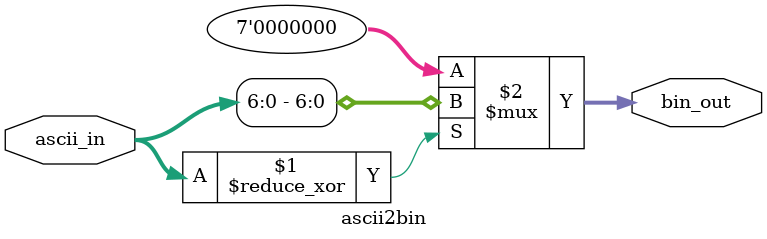
<source format=sv>
module ascii2bin (
    input [7:0] ascii_in,
    output [6:0] bin_out
);
    assign bin_out = ^{ascii_in} ? ascii_in[6:0] : 7'b0;
endmodule
</source>
